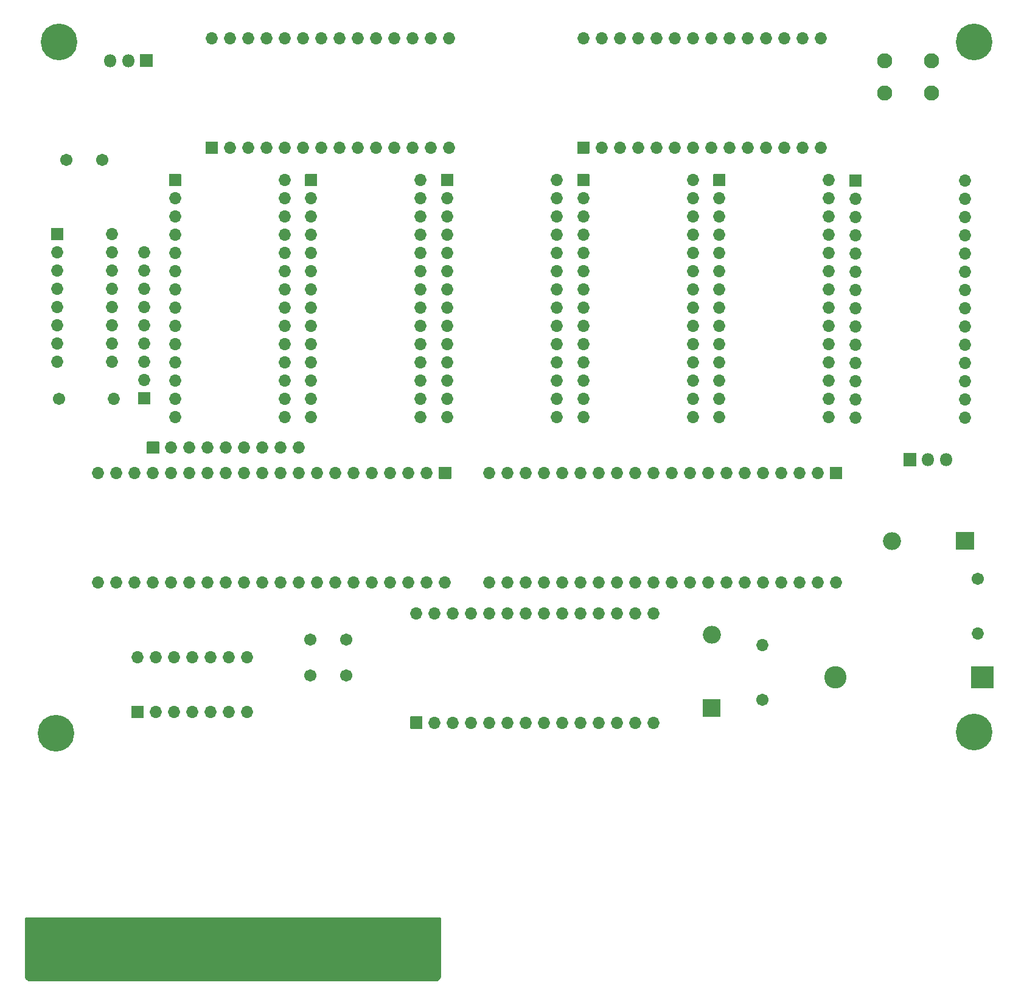
<source format=gbs>
G04 #@! TF.GenerationSoftware,KiCad,Pcbnew,(5.1.9)-1*
G04 #@! TF.CreationDate,2023-04-24T20:38:14+01:00*
G04 #@! TF.ProjectId,C64RAMCart,43363452-414d-4436-9172-742e6b696361,rev001*
G04 #@! TF.SameCoordinates,Original*
G04 #@! TF.FileFunction,Soldermask,Bot*
G04 #@! TF.FilePolarity,Negative*
%FSLAX46Y46*%
G04 Gerber Fmt 4.6, Leading zero omitted, Abs format (unit mm)*
G04 Created by KiCad (PCBNEW (5.1.9)-1) date 2023-04-24 20:38:14*
%MOMM*%
%LPD*%
G01*
G04 APERTURE LIST*
%ADD10O,1.702000X1.702000*%
%ADD11C,3.102000*%
%ADD12C,2.102000*%
%ADD13C,1.702000*%
%ADD14O,2.502000X2.502000*%
%ADD15O,1.802000X1.802000*%
%ADD16C,5.100000*%
%ADD17C,0.254000*%
%ADD18C,0.100000*%
G04 APERTURE END LIST*
D10*
X106104001Y-30470001D03*
X139124001Y-45710001D03*
X108644001Y-30470001D03*
X136584001Y-45710001D03*
X111184001Y-30470001D03*
X134044001Y-45710001D03*
X113724001Y-30470001D03*
X131504001Y-45710001D03*
X116264001Y-30470001D03*
X128964001Y-45710001D03*
X118804001Y-30470001D03*
X126424001Y-45710001D03*
X121344001Y-30470001D03*
X123884001Y-45710001D03*
X123884001Y-30470001D03*
X121344001Y-45710001D03*
X126424001Y-30470001D03*
X118804001Y-45710001D03*
X128964001Y-30470001D03*
X116264001Y-45710001D03*
X131504001Y-30470001D03*
X113724001Y-45710001D03*
X134044001Y-30470001D03*
X111184001Y-45710001D03*
X136584001Y-30470001D03*
X108644001Y-45710001D03*
X139124001Y-30470001D03*
G36*
G01*
X106904001Y-46561001D02*
X105304001Y-46561001D01*
G75*
G02*
X105253001Y-46510001I0J51000D01*
G01*
X105253001Y-44910001D01*
G75*
G02*
X105304001Y-44859001I51000J0D01*
G01*
X106904001Y-44859001D01*
G75*
G02*
X106955001Y-44910001I0J-51000D01*
G01*
X106955001Y-46510001D01*
G75*
G02*
X106904001Y-46561001I-51000J0D01*
G01*
G37*
X157822998Y-30470001D03*
X190842998Y-45710001D03*
X160362998Y-30470001D03*
X188302998Y-45710001D03*
X162902998Y-30470001D03*
X185762998Y-45710001D03*
X165442998Y-30470001D03*
X183222998Y-45710001D03*
X167982998Y-30470001D03*
X180682998Y-45710001D03*
X170522998Y-30470001D03*
X178142998Y-45710001D03*
X173062998Y-30470001D03*
X175602998Y-45710001D03*
X175602998Y-30470001D03*
X173062998Y-45710001D03*
X178142998Y-30470001D03*
X170522998Y-45710001D03*
X180682998Y-30470001D03*
X167982998Y-45710001D03*
X183222998Y-30470001D03*
X165442998Y-45710001D03*
X185762998Y-30470001D03*
X162902998Y-45710001D03*
X188302998Y-30470001D03*
X160362998Y-45710001D03*
X190842998Y-30470001D03*
G36*
G01*
X158622998Y-46561001D02*
X157022998Y-46561001D01*
G75*
G02*
X156971998Y-46510001I0J51000D01*
G01*
X156971998Y-44910001D01*
G75*
G02*
X157022998Y-44859001I51000J0D01*
G01*
X158622998Y-44859001D01*
G75*
G02*
X158673998Y-44910001I0J-51000D01*
G01*
X158673998Y-46510001D01*
G75*
G02*
X158622998Y-46561001I-51000J0D01*
G01*
G37*
X118269999Y-87475000D03*
X115729999Y-87475000D03*
X113189999Y-87475000D03*
X110649999Y-87475000D03*
X108109999Y-87475000D03*
X105569999Y-87475000D03*
X103029999Y-87475000D03*
X100489999Y-87475000D03*
G36*
G01*
X97098999Y-88275000D02*
X97098999Y-86675000D01*
G75*
G02*
X97149999Y-86624000I51000J0D01*
G01*
X98749999Y-86624000D01*
G75*
G02*
X98800999Y-86675000I0J-51000D01*
G01*
X98800999Y-88275000D01*
G75*
G02*
X98749999Y-88326000I-51000J0D01*
G01*
X97149999Y-88326000D01*
G75*
G02*
X97098999Y-88275000I0J51000D01*
G01*
G37*
G36*
G01*
X214930000Y-117970000D02*
X214930000Y-120970000D01*
G75*
G02*
X214879000Y-121021000I-51000J0D01*
G01*
X211879000Y-121021000D01*
G75*
G02*
X211828000Y-120970000I0J51000D01*
G01*
X211828000Y-117970000D01*
G75*
G02*
X211879000Y-117919000I51000J0D01*
G01*
X214879000Y-117919000D01*
G75*
G02*
X214930000Y-117970000I0J-51000D01*
G01*
G37*
D11*
X192889000Y-119470000D03*
D12*
X199744000Y-38080000D03*
X199744000Y-33580000D03*
X206244000Y-38080000D03*
X206244000Y-33580000D03*
D13*
X85879000Y-47420000D03*
X90879000Y-47420000D03*
X119819000Y-114215000D03*
X124819000Y-114215000D03*
D14*
X200769000Y-100470000D03*
G36*
G01*
X212180000Y-99270000D02*
X212180000Y-101670000D01*
G75*
G02*
X212129000Y-101721000I-51000J0D01*
G01*
X209729000Y-101721000D01*
G75*
G02*
X209678000Y-101670000I0J51000D01*
G01*
X209678000Y-99270000D01*
G75*
G02*
X209729000Y-99219000I51000J0D01*
G01*
X212129000Y-99219000D01*
G75*
G02*
X212180000Y-99270000I0J-51000D01*
G01*
G37*
G36*
G01*
X176879000Y-124996000D02*
X174479000Y-124996000D01*
G75*
G02*
X174428000Y-124945000I0J51000D01*
G01*
X174428000Y-122545000D01*
G75*
G02*
X174479000Y-122494000I51000J0D01*
G01*
X176879000Y-122494000D01*
G75*
G02*
X176930000Y-122545000I0J-51000D01*
G01*
X176930000Y-124945000D01*
G75*
G02*
X176879000Y-124996000I-51000J0D01*
G01*
G37*
X175679000Y-113585000D03*
D13*
X182754000Y-122645000D03*
D10*
X182754000Y-115025000D03*
G36*
G01*
X204124000Y-90071000D02*
X202424000Y-90071000D01*
G75*
G02*
X202373000Y-90020000I0J51000D01*
G01*
X202373000Y-88320000D01*
G75*
G02*
X202424000Y-88269000I51000J0D01*
G01*
X204124000Y-88269000D01*
G75*
G02*
X204175000Y-88320000I0J-51000D01*
G01*
X204175000Y-90020000D01*
G75*
G02*
X204124000Y-90071000I-51000J0D01*
G01*
G37*
D15*
X205814000Y-89170000D03*
X208354000Y-89170000D03*
G36*
G01*
X96619000Y-125136000D02*
X95019000Y-125136000D01*
G75*
G02*
X94968000Y-125085000I0J51000D01*
G01*
X94968000Y-123485000D01*
G75*
G02*
X95019000Y-123434000I51000J0D01*
G01*
X96619000Y-123434000D01*
G75*
G02*
X96670000Y-123485000I0J-51000D01*
G01*
X96670000Y-125085000D01*
G75*
G02*
X96619000Y-125136000I-51000J0D01*
G01*
G37*
D10*
X111059000Y-116665000D03*
X98359000Y-124285000D03*
X108519000Y-116665000D03*
X100899000Y-124285000D03*
X105979000Y-116665000D03*
X103439000Y-124285000D03*
X103439000Y-116665000D03*
X105979000Y-124285000D03*
X100899000Y-116665000D03*
X108519000Y-124285000D03*
X98359000Y-116665000D03*
X111059000Y-124285000D03*
X95819000Y-116665000D03*
D13*
X119819000Y-119195000D03*
X124819000Y-119195000D03*
D10*
X212679000Y-113340000D03*
D13*
X212679000Y-105720000D03*
X84879000Y-80720000D03*
D10*
X92499000Y-80720000D03*
G36*
G01*
X97539000Y-81456000D02*
X95939000Y-81456000D01*
G75*
G02*
X95888000Y-81405000I0J51000D01*
G01*
X95888000Y-79805000D01*
G75*
G02*
X95939000Y-79754000I51000J0D01*
G01*
X97539000Y-79754000D01*
G75*
G02*
X97590000Y-79805000I0J-51000D01*
G01*
X97590000Y-81405000D01*
G75*
G02*
X97539000Y-81456000I-51000J0D01*
G01*
G37*
X96739000Y-78065000D03*
X96739000Y-75525000D03*
X96739000Y-72985000D03*
X96739000Y-70445000D03*
X96739000Y-67905000D03*
X96739000Y-65365000D03*
X96739000Y-62825000D03*
X96739000Y-60285000D03*
D15*
X91960000Y-33580000D03*
X94500000Y-33580000D03*
G36*
G01*
X96190000Y-32679000D02*
X97890000Y-32679000D01*
G75*
G02*
X97941000Y-32730000I0J-51000D01*
G01*
X97941000Y-34430000D01*
G75*
G02*
X97890000Y-34481000I-51000J0D01*
G01*
X96190000Y-34481000D01*
G75*
G02*
X96139000Y-34430000I0J51000D01*
G01*
X96139000Y-32730000D01*
G75*
G02*
X96190000Y-32679000I51000J0D01*
G01*
G37*
G36*
G01*
X83778000Y-58545000D02*
X83778000Y-56945000D01*
G75*
G02*
X83829000Y-56894000I51000J0D01*
G01*
X85429000Y-56894000D01*
G75*
G02*
X85480000Y-56945000I0J-51000D01*
G01*
X85480000Y-58545000D01*
G75*
G02*
X85429000Y-58596000I-51000J0D01*
G01*
X83829000Y-58596000D01*
G75*
G02*
X83778000Y-58545000I0J51000D01*
G01*
G37*
D10*
X92249000Y-75525000D03*
X84629000Y-60285000D03*
X92249000Y-72985000D03*
X84629000Y-62825000D03*
X92249000Y-70445000D03*
X84629000Y-65365000D03*
X92249000Y-67905000D03*
X84629000Y-67905000D03*
X92249000Y-65365000D03*
X84629000Y-70445000D03*
X92249000Y-62825000D03*
X84629000Y-72985000D03*
X92249000Y-60285000D03*
X84629000Y-75525000D03*
X92249000Y-57745000D03*
G36*
G01*
X135409000Y-126636000D02*
X133809000Y-126636000D01*
G75*
G02*
X133758000Y-126585000I0J51000D01*
G01*
X133758000Y-124985000D01*
G75*
G02*
X133809000Y-124934000I51000J0D01*
G01*
X135409000Y-124934000D01*
G75*
G02*
X135460000Y-124985000I0J-51000D01*
G01*
X135460000Y-126585000D01*
G75*
G02*
X135409000Y-126636000I-51000J0D01*
G01*
G37*
X167629000Y-110545000D03*
X137149000Y-125785000D03*
X165089000Y-110545000D03*
X139689000Y-125785000D03*
X162549000Y-110545000D03*
X142229000Y-125785000D03*
X160009000Y-110545000D03*
X144769000Y-125785000D03*
X157469000Y-110545000D03*
X147309000Y-125785000D03*
X154929000Y-110545000D03*
X149849000Y-125785000D03*
X152389000Y-110545000D03*
X152389000Y-125785000D03*
X149849000Y-110545000D03*
X154929000Y-125785000D03*
X147309000Y-110545000D03*
X157469000Y-125785000D03*
X144769000Y-110545000D03*
X160009000Y-125785000D03*
X142229000Y-110545000D03*
X162549000Y-125785000D03*
X139689000Y-110545000D03*
X165089000Y-125785000D03*
X137149000Y-110545000D03*
X167629000Y-125785000D03*
X134609000Y-110545000D03*
G36*
G01*
X137789999Y-90169000D02*
X139389999Y-90169000D01*
G75*
G02*
X139440999Y-90220000I0J-51000D01*
G01*
X139440999Y-91820000D01*
G75*
G02*
X139389999Y-91871000I-51000J0D01*
G01*
X137789999Y-91871000D01*
G75*
G02*
X137738999Y-91820000I0J51000D01*
G01*
X137738999Y-90220000D01*
G75*
G02*
X137789999Y-90169000I51000J0D01*
G01*
G37*
X90329999Y-106260000D03*
X136049999Y-91020000D03*
X92869999Y-106260000D03*
X133509999Y-91020000D03*
X95409999Y-106260000D03*
X130969999Y-91020000D03*
X97949999Y-106260000D03*
X128429999Y-91020000D03*
X100489999Y-106260000D03*
X125889999Y-91020000D03*
X103029999Y-106260000D03*
X123349999Y-91020000D03*
X105569999Y-106260000D03*
X120809999Y-91020000D03*
X108109999Y-106260000D03*
X118269999Y-91020000D03*
X110649999Y-106260000D03*
X115729999Y-91020000D03*
X113189999Y-106260000D03*
X113189999Y-91020000D03*
X115729999Y-106260000D03*
X110649999Y-91020000D03*
X118269999Y-106260000D03*
X108109999Y-91020000D03*
X120809999Y-106260000D03*
X105569999Y-91020000D03*
X123349999Y-106260000D03*
X103029999Y-91020000D03*
X125889999Y-106260000D03*
X100489999Y-91020000D03*
X128429999Y-106260000D03*
X97949999Y-91020000D03*
X130969999Y-106260000D03*
X95409999Y-91020000D03*
X133509999Y-106260000D03*
X92869999Y-91020000D03*
X136049999Y-106260000D03*
X90329999Y-91020000D03*
X138589999Y-106260000D03*
X193029000Y-106260000D03*
X144769000Y-91020000D03*
X190489000Y-106260000D03*
X147309000Y-91020000D03*
X187949000Y-106260000D03*
X149849000Y-91020000D03*
X185409000Y-106260000D03*
X152389000Y-91020000D03*
X182869000Y-106260000D03*
X154929000Y-91020000D03*
X180329000Y-106260000D03*
X157469000Y-91020000D03*
X177789000Y-106260000D03*
X160009000Y-91020000D03*
X175249000Y-106260000D03*
X162549000Y-91020000D03*
X172709000Y-106260000D03*
X165089000Y-91020000D03*
X170169000Y-106260000D03*
X167629000Y-91020000D03*
X167629000Y-106260000D03*
X170169000Y-91020000D03*
X165089000Y-106260000D03*
X172709000Y-91020000D03*
X162549000Y-106260000D03*
X175249000Y-91020000D03*
X160009000Y-106260000D03*
X177789000Y-91020000D03*
X157469000Y-106260000D03*
X180329000Y-91020000D03*
X154929000Y-106260000D03*
X182869000Y-91020000D03*
X152389000Y-106260000D03*
X185409000Y-91020000D03*
X149849000Y-106260000D03*
X187949000Y-91020000D03*
X147309000Y-106260000D03*
X190489000Y-91020000D03*
X144769000Y-106260000D03*
G36*
G01*
X192229000Y-90169000D02*
X193829000Y-90169000D01*
G75*
G02*
X193880000Y-90220000I0J-51000D01*
G01*
X193880000Y-91820000D01*
G75*
G02*
X193829000Y-91871000I-51000J0D01*
G01*
X192229000Y-91871000D01*
G75*
G02*
X192178000Y-91820000I0J51000D01*
G01*
X192178000Y-90220000D01*
G75*
G02*
X192229000Y-90169000I51000J0D01*
G01*
G37*
G36*
G01*
X100173001Y-51050001D02*
X100173001Y-49450001D01*
G75*
G02*
X100224001Y-49399001I51000J0D01*
G01*
X101824001Y-49399001D01*
G75*
G02*
X101875001Y-49450001I0J-51000D01*
G01*
X101875001Y-51050001D01*
G75*
G02*
X101824001Y-51101001I-51000J0D01*
G01*
X100224001Y-51101001D01*
G75*
G02*
X100173001Y-51050001I0J51000D01*
G01*
G37*
X116264001Y-83270001D03*
X101024001Y-52790001D03*
X116264001Y-80730001D03*
X101024001Y-55330001D03*
X116264001Y-78190001D03*
X101024001Y-57870001D03*
X116264001Y-75650001D03*
X101024001Y-60410001D03*
X116264001Y-73110001D03*
X101024001Y-62950001D03*
X116264001Y-70570001D03*
X101024001Y-65490001D03*
X116264001Y-68030001D03*
X101024001Y-68030001D03*
X116264001Y-65490001D03*
X101024001Y-70570001D03*
X116264001Y-62950001D03*
X101024001Y-73110001D03*
X116264001Y-60410001D03*
X101024001Y-75650001D03*
X116264001Y-57870001D03*
X101024001Y-78190001D03*
X116264001Y-55330001D03*
X101024001Y-80730001D03*
X116264001Y-52790001D03*
X101024001Y-83270001D03*
X116264001Y-50250001D03*
X135197000Y-50250001D03*
X119957000Y-83270001D03*
X135197000Y-52790001D03*
X119957000Y-80730001D03*
X135197000Y-55330001D03*
X119957000Y-78190001D03*
X135197000Y-57870001D03*
X119957000Y-75650001D03*
X135197000Y-60410001D03*
X119957000Y-73110001D03*
X135197000Y-62950001D03*
X119957000Y-70570001D03*
X135197000Y-65490001D03*
X119957000Y-68030001D03*
X135197000Y-68030001D03*
X119957000Y-65490001D03*
X135197000Y-70570001D03*
X119957000Y-62950001D03*
X135197000Y-73110001D03*
X119957000Y-60410001D03*
X135197000Y-75650001D03*
X119957000Y-57870001D03*
X135197000Y-78190001D03*
X119957000Y-55330001D03*
X135197000Y-80730001D03*
X119957000Y-52790001D03*
X135197000Y-83270001D03*
G36*
G01*
X119106000Y-51050001D02*
X119106000Y-49450001D01*
G75*
G02*
X119157000Y-49399001I51000J0D01*
G01*
X120757000Y-49399001D01*
G75*
G02*
X120808000Y-49450001I0J-51000D01*
G01*
X120808000Y-51050001D01*
G75*
G02*
X120757000Y-51101001I-51000J0D01*
G01*
X119157000Y-51101001D01*
G75*
G02*
X119106000Y-51050001I0J51000D01*
G01*
G37*
G36*
G01*
X138038999Y-51050001D02*
X138038999Y-49450001D01*
G75*
G02*
X138089999Y-49399001I51000J0D01*
G01*
X139689999Y-49399001D01*
G75*
G02*
X139740999Y-49450001I0J-51000D01*
G01*
X139740999Y-51050001D01*
G75*
G02*
X139689999Y-51101001I-51000J0D01*
G01*
X138089999Y-51101001D01*
G75*
G02*
X138038999Y-51050001I0J51000D01*
G01*
G37*
X154129999Y-83270001D03*
X138889999Y-52790001D03*
X154129999Y-80730001D03*
X138889999Y-55330001D03*
X154129999Y-78190001D03*
X138889999Y-57870001D03*
X154129999Y-75650001D03*
X138889999Y-60410001D03*
X154129999Y-73110001D03*
X138889999Y-62950001D03*
X154129999Y-70570001D03*
X138889999Y-65490001D03*
X154129999Y-68030001D03*
X138889999Y-68030001D03*
X154129999Y-65490001D03*
X138889999Y-70570001D03*
X154129999Y-62950001D03*
X138889999Y-73110001D03*
X154129999Y-60410001D03*
X138889999Y-75650001D03*
X154129999Y-57870001D03*
X138889999Y-78190001D03*
X154129999Y-55330001D03*
X138889999Y-80730001D03*
X154129999Y-52790001D03*
X138889999Y-83270001D03*
X154129999Y-50250001D03*
X173062998Y-50250001D03*
X157822998Y-83270001D03*
X173062998Y-52790001D03*
X157822998Y-80730001D03*
X173062998Y-55330001D03*
X157822998Y-78190001D03*
X173062998Y-57870001D03*
X157822998Y-75650001D03*
X173062998Y-60410001D03*
X157822998Y-73110001D03*
X173062998Y-62950001D03*
X157822998Y-70570001D03*
X173062998Y-65490001D03*
X157822998Y-68030001D03*
X173062998Y-68030001D03*
X157822998Y-65490001D03*
X173062998Y-70570001D03*
X157822998Y-62950001D03*
X173062998Y-73110001D03*
X157822998Y-60410001D03*
X173062998Y-75650001D03*
X157822998Y-57870001D03*
X173062998Y-78190001D03*
X157822998Y-55330001D03*
X173062998Y-80730001D03*
X157822998Y-52790001D03*
X173062998Y-83270001D03*
G36*
G01*
X156971998Y-51050001D02*
X156971998Y-49450001D01*
G75*
G02*
X157022998Y-49399001I51000J0D01*
G01*
X158622998Y-49399001D01*
G75*
G02*
X158673998Y-49450001I0J-51000D01*
G01*
X158673998Y-51050001D01*
G75*
G02*
X158622998Y-51101001I-51000J0D01*
G01*
X157022998Y-51101001D01*
G75*
G02*
X156971998Y-51050001I0J51000D01*
G01*
G37*
G36*
G01*
X175904997Y-51050001D02*
X175904997Y-49450001D01*
G75*
G02*
X175955997Y-49399001I51000J0D01*
G01*
X177555997Y-49399001D01*
G75*
G02*
X177606997Y-49450001I0J-51000D01*
G01*
X177606997Y-51050001D01*
G75*
G02*
X177555997Y-51101001I-51000J0D01*
G01*
X175955997Y-51101001D01*
G75*
G02*
X175904997Y-51050001I0J51000D01*
G01*
G37*
X191995997Y-83270001D03*
X176755997Y-52790001D03*
X191995997Y-80730001D03*
X176755997Y-55330001D03*
X191995997Y-78190001D03*
X176755997Y-57870001D03*
X191995997Y-75650001D03*
X176755997Y-60410001D03*
X191995997Y-73110001D03*
X176755997Y-62950001D03*
X191995997Y-70570001D03*
X176755997Y-65490001D03*
X191995997Y-68030001D03*
X176755997Y-68030001D03*
X191995997Y-65490001D03*
X176755997Y-70570001D03*
X191995997Y-62950001D03*
X176755997Y-73110001D03*
X191995997Y-60410001D03*
X176755997Y-75650001D03*
X191995997Y-57870001D03*
X176755997Y-78190001D03*
X191995997Y-55330001D03*
X176755997Y-80730001D03*
X191995997Y-52790001D03*
X176755997Y-83270001D03*
X191995997Y-50250001D03*
X210929000Y-50315000D03*
X195689000Y-83335000D03*
X210929000Y-52855000D03*
X195689000Y-80795000D03*
X210929000Y-55395000D03*
X195689000Y-78255000D03*
X210929000Y-57935000D03*
X195689000Y-75715000D03*
X210929000Y-60475000D03*
X195689000Y-73175000D03*
X210929000Y-63015000D03*
X195689000Y-70635000D03*
X210929000Y-65555000D03*
X195689000Y-68095000D03*
X210929000Y-68095000D03*
X195689000Y-65555000D03*
X210929000Y-70635000D03*
X195689000Y-63015000D03*
X210929000Y-73175000D03*
X195689000Y-60475000D03*
X210929000Y-75715000D03*
X195689000Y-57935000D03*
X210929000Y-78255000D03*
X195689000Y-55395000D03*
X210929000Y-80795000D03*
X195689000Y-52855000D03*
X210929000Y-83335000D03*
G36*
G01*
X194838000Y-51115000D02*
X194838000Y-49515000D01*
G75*
G02*
X194889000Y-49464000I51000J0D01*
G01*
X196489000Y-49464000D01*
G75*
G02*
X196540000Y-49515000I0J-51000D01*
G01*
X196540000Y-51115000D01*
G75*
G02*
X196489000Y-51166000I-51000J0D01*
G01*
X194889000Y-51166000D01*
G75*
G02*
X194838000Y-51115000I0J51000D01*
G01*
G37*
D16*
X84889000Y-31031000D03*
X212250000Y-31031000D03*
X212250000Y-127095000D03*
X84409000Y-127255000D03*
D17*
X137889400Y-161168197D02*
X137819773Y-161298459D01*
X137693420Y-161452420D01*
X137539459Y-161578773D01*
X137409197Y-161648400D01*
X80660803Y-161648400D01*
X80530541Y-161578773D01*
X80376580Y-161452420D01*
X80250227Y-161298459D01*
X80180600Y-161168197D01*
X80180600Y-152987000D01*
X137889400Y-152987000D01*
X137889400Y-161168197D01*
D18*
G36*
X137889400Y-161168197D02*
G01*
X137819773Y-161298459D01*
X137693420Y-161452420D01*
X137539459Y-161578773D01*
X137409197Y-161648400D01*
X80660803Y-161648400D01*
X80530541Y-161578773D01*
X80376580Y-161452420D01*
X80250227Y-161298459D01*
X80180600Y-161168197D01*
X80180600Y-152987000D01*
X137889400Y-152987000D01*
X137889400Y-161168197D01*
G37*
M02*

</source>
